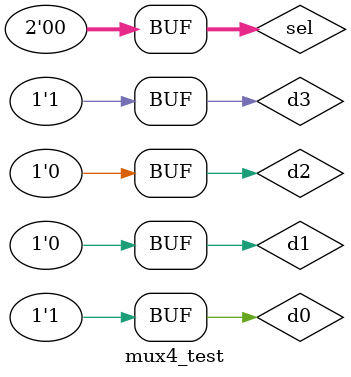
<source format=sv>
module mux4_test;

// Put your code here
// ------------------
    logic d0;          // Data input 0
    logic d1;          // Data input 1
    logic d2;          // Data input 2
    logic d3;          // Data input 3
    logic [1:0] sel;   // Select input
    logic z;           // Output
// End of your code
	mux4 uut(.d0(d0), .d1(d1), .d2(d2), .d3(d3), .sel(sel), .z(z));
	initial begin
		d0 = 1'b1;
		d1 = 1'b0;
		d2 = 1'b0;
		d3 = 1'b1;
		sel[0] = 1'b0;
		sel[1] = 1'b0;
		#10
		d0 = 1'b1;
		d1 = 1'b0;
		d2 = 1'b0;
		d3 = 1'b1;
		sel[0] = 1'b1;
		sel[1] = 1'b0;
		#10
		d0 = 1'b1;
		d1 = 1'b0;
		d2 = 1'b0;
		d3 = 1'b1;
		sel[0] = 1'b0;
		sel[1] = 1'b0;
		#10;
	end
endmodule

</source>
